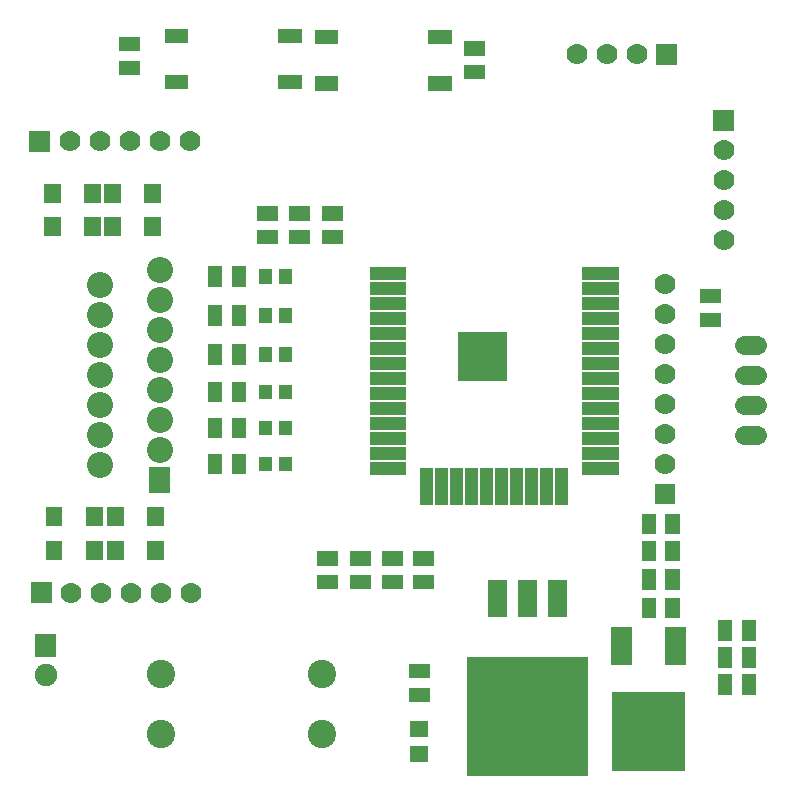
<source format=gts>
G04 Layer: TopSolderMaskLayer*
G04 EasyEDA v6.4.19.3, 2021-04-15T18:17:59+02:00*
G04 27ca5f04d03341a3abaed076034c1fd4,b26f2b340a5143eda07d108a38fc4859,10*
G04 Gerber Generator version 0.2*
G04 Scale: 100 percent, Rotated: No, Reflected: No *
G04 Dimensions in millimeters *
G04 leading zeros omitted , absolute positions ,4 integer and 5 decimal *
%FSLAX45Y45*%
%MOMM*%

%ADD45C,1.6027*%
%ADD48C,2.2032*%
%ADD50C,1.7780*%
%ADD51R,1.7780X1.7780*%
%ADD54C,1.9032*%
%ADD55C,2.4032*%

%LPD*%
D45*
X7002906Y4635500D02*
G01*
X6890893Y4635500D01*
X7002906Y4889500D02*
G01*
X6890893Y4889500D01*
X7002906Y5143500D02*
G01*
X6890893Y5143500D01*
X7002906Y5397500D02*
G01*
X6890893Y5397500D01*
G36*
X4215129Y7555229D02*
G01*
X4215129Y7675626D01*
X4415536Y7675626D01*
X4415536Y7555229D01*
G37*
G36*
X3255263Y7555229D02*
G01*
X3255263Y7675626D01*
X3455670Y7675626D01*
X3455670Y7555229D01*
G37*
G36*
X4215129Y7945373D02*
G01*
X4215129Y8065770D01*
X4415536Y8065770D01*
X4415536Y7945373D01*
G37*
G36*
X3255263Y7945373D02*
G01*
X3255263Y8065770D01*
X3455670Y8065770D01*
X3455670Y7945373D01*
G37*
G36*
X1985263Y7958073D02*
G01*
X1985263Y8078470D01*
X2185670Y8078470D01*
X2185670Y7958073D01*
G37*
G36*
X2945129Y7958073D02*
G01*
X2945129Y8078470D01*
X3145536Y8078470D01*
X3145536Y7958073D01*
G37*
G36*
X1985263Y7567929D02*
G01*
X1985263Y7688326D01*
X2185670Y7688326D01*
X2185670Y7567929D01*
G37*
G36*
X2945129Y7567929D02*
G01*
X2945129Y7688326D01*
X3145536Y7688326D01*
X3145536Y7567929D01*
G37*
G36*
X2950718Y4638802D02*
G01*
X2950718Y4759197D01*
X3061208Y4759197D01*
X3061208Y4638802D01*
G37*
G36*
X2780791Y4638802D02*
G01*
X2780791Y4759197D01*
X2891027Y4759197D01*
X2891027Y4638802D01*
G37*
G36*
X2950718Y5591302D02*
G01*
X2950718Y5711697D01*
X3061208Y5711697D01*
X3061208Y5591302D01*
G37*
G36*
X2780791Y5591302D02*
G01*
X2780791Y5711697D01*
X2891027Y5711697D01*
X2891027Y5591302D01*
G37*
D48*
G01*
X1943100Y6032500D03*
G01*
X1435100Y5905500D03*
G01*
X1943100Y5778500D03*
G01*
X1435100Y5651500D03*
G01*
X1943100Y5524500D03*
G01*
X1435100Y5397500D03*
G01*
X1943100Y5270500D03*
G01*
X1435100Y5143500D03*
G01*
X1943100Y5016500D03*
G01*
X1435100Y4889500D03*
G01*
X1943100Y4762500D03*
G01*
X1435100Y4635500D03*
G01*
X1943100Y4508500D03*
G01*
X1435100Y4381500D03*
G36*
X1852929Y4144263D02*
G01*
X1852929Y4364736D01*
X2033270Y4364736D01*
X2033270Y4144263D01*
G37*
D50*
G01*
X2209800Y3302000D03*
G01*
X1955800Y3302000D03*
G01*
X1701800Y3302000D03*
G01*
X1447800Y3302000D03*
G01*
X1193800Y3302000D03*
G36*
X850900Y3213100D02*
G01*
X850900Y3390900D01*
X1028700Y3390900D01*
X1028700Y3213100D01*
G37*
G01*
X2197100Y7124700D03*
G01*
X1943100Y7124700D03*
G01*
X1689100Y7124700D03*
G01*
X1435100Y7124700D03*
G01*
X1181100Y7124700D03*
G36*
X838200Y7035800D02*
G01*
X838200Y7213600D01*
X1016000Y7213600D01*
X1016000Y7035800D01*
G37*
D51*
G01*
X6223000Y4140200D03*
D50*
G01*
X6223000Y4394200D03*
G01*
X6223000Y4648200D03*
G01*
X6223000Y4902200D03*
G01*
X6223000Y5156200D03*
G01*
X6223000Y5410200D03*
G01*
X6223000Y5664200D03*
G01*
X6223000Y5918200D03*
G36*
X6024625Y3087370D02*
G01*
X6024625Y3262629D01*
X6145022Y3262629D01*
X6145022Y3087370D01*
G37*
G36*
X6224777Y3087370D02*
G01*
X6224777Y3262629D01*
X6345174Y3262629D01*
X6345174Y3087370D01*
G37*
G36*
X889000Y2762250D02*
G01*
X889000Y2952750D01*
X1066800Y2952750D01*
X1066800Y2762250D01*
G37*
D54*
G01*
X977900Y2603500D03*
D50*
G01*
X6718300Y6286500D03*
G01*
X6718300Y6540500D03*
G01*
X6718300Y6794500D03*
G01*
X6718300Y7048500D03*
G36*
X6629400Y7213600D02*
G01*
X6629400Y7391400D01*
X6807200Y7391400D01*
X6807200Y7213600D01*
G37*
D55*
G01*
X1955800Y2616200D03*
G01*
X1955800Y2108200D03*
G01*
X3314700Y2616200D03*
G01*
X3314700Y2108200D03*
G36*
X2950718Y4334002D02*
G01*
X2950718Y4454397D01*
X3061208Y4454397D01*
X3061208Y4334002D01*
G37*
G36*
X2780791Y4334002D02*
G01*
X2780791Y4454397D01*
X2891027Y4454397D01*
X2891027Y4334002D01*
G37*
G36*
X2950718Y4943602D02*
G01*
X2950718Y5063997D01*
X3061208Y5063997D01*
X3061208Y4943602D01*
G37*
G36*
X2780791Y4943602D02*
G01*
X2780791Y5063997D01*
X2891027Y5063997D01*
X2891027Y4943602D01*
G37*
G36*
X2950718Y5261102D02*
G01*
X2950718Y5381497D01*
X3061208Y5381497D01*
X3061208Y5261102D01*
G37*
G36*
X2780791Y5261102D02*
G01*
X2780791Y5381497D01*
X2891027Y5381497D01*
X2891027Y5261102D01*
G37*
G36*
X2950718Y5921502D02*
G01*
X2950718Y6041897D01*
X3061208Y6041897D01*
X3061208Y5921502D01*
G37*
G36*
X2780791Y5921502D02*
G01*
X2780791Y6041897D01*
X2891027Y6041897D01*
X2891027Y5921502D01*
G37*
G36*
X978915Y3577336D02*
G01*
X978915Y3737863D01*
X1119378Y3737863D01*
X1119378Y3577336D01*
G37*
G36*
X1319021Y3577336D02*
G01*
X1319021Y3737863D01*
X1459484Y3737863D01*
X1459484Y3577336D01*
G37*
G36*
X978915Y3869436D02*
G01*
X978915Y4029963D01*
X1119378Y4029963D01*
X1119378Y3869436D01*
G37*
G36*
X1319021Y3869436D02*
G01*
X1319021Y4029963D01*
X1459484Y4029963D01*
X1459484Y3869436D01*
G37*
G36*
X1499615Y3869436D02*
G01*
X1499615Y4029963D01*
X1640078Y4029963D01*
X1640078Y3869436D01*
G37*
G36*
X1839721Y3869436D02*
G01*
X1839721Y4029963D01*
X1980184Y4029963D01*
X1980184Y3869436D01*
G37*
G36*
X1499615Y3577336D02*
G01*
X1499615Y3737863D01*
X1640078Y3737863D01*
X1640078Y3577336D01*
G37*
G36*
X1839721Y3577336D02*
G01*
X1839721Y3737863D01*
X1980184Y3737863D01*
X1980184Y3577336D01*
G37*
G36*
X1474215Y6599936D02*
G01*
X1474215Y6760463D01*
X1614678Y6760463D01*
X1614678Y6599936D01*
G37*
G36*
X1814321Y6599936D02*
G01*
X1814321Y6760463D01*
X1954784Y6760463D01*
X1954784Y6599936D01*
G37*
G36*
X1474215Y6320536D02*
G01*
X1474215Y6481063D01*
X1614678Y6481063D01*
X1614678Y6320536D01*
G37*
G36*
X1814321Y6320536D02*
G01*
X1814321Y6481063D01*
X1954784Y6481063D01*
X1954784Y6320536D01*
G37*
G36*
X966215Y6599936D02*
G01*
X966215Y6760463D01*
X1106678Y6760463D01*
X1106678Y6599936D01*
G37*
G36*
X1306321Y6599936D02*
G01*
X1306321Y6760463D01*
X1446784Y6760463D01*
X1446784Y6599936D01*
G37*
G36*
X966215Y6320536D02*
G01*
X966215Y6481063D01*
X1106678Y6481063D01*
X1106678Y6320536D01*
G37*
G36*
X1306321Y6320536D02*
G01*
X1306321Y6481063D01*
X1446784Y6481063D01*
X1446784Y6320536D01*
G37*
G36*
X5764529Y2689860D02*
G01*
X5764529Y3010407D01*
X5944870Y3010407D01*
X5944870Y2689860D01*
G37*
G36*
X6221729Y2690621D02*
G01*
X6221729Y3010915D01*
X6402070Y3010915D01*
X6402070Y2690621D01*
G37*
G36*
X5773165Y1792223D02*
G01*
X5773165Y2462529D01*
X6393434Y2462529D01*
X6393434Y1792223D01*
G37*
G36*
X4052570Y2379726D02*
G01*
X4052570Y2500121D01*
X4227829Y2500121D01*
X4227829Y2379726D01*
G37*
G36*
X4052570Y2579878D02*
G01*
X4052570Y2700273D01*
X4227829Y2700273D01*
X4227829Y2579878D01*
G37*
G36*
X2554477Y4306570D02*
G01*
X2554477Y4481829D01*
X2674874Y4481829D01*
X2674874Y4306570D01*
G37*
G36*
X2354325Y4306570D02*
G01*
X2354325Y4481829D01*
X2474722Y4481829D01*
X2474722Y4306570D01*
G37*
G36*
X2554477Y4916170D02*
G01*
X2554477Y5091429D01*
X2674874Y5091429D01*
X2674874Y4916170D01*
G37*
G36*
X2354325Y4916170D02*
G01*
X2354325Y5091429D01*
X2474722Y5091429D01*
X2474722Y4916170D01*
G37*
G36*
X2554477Y5233670D02*
G01*
X2554477Y5408929D01*
X2674874Y5408929D01*
X2674874Y5233670D01*
G37*
G36*
X2354325Y5233670D02*
G01*
X2354325Y5408929D01*
X2474722Y5408929D01*
X2474722Y5233670D01*
G37*
G36*
X2554477Y5894070D02*
G01*
X2554477Y6069329D01*
X2674874Y6069329D01*
X2674874Y5894070D01*
G37*
G36*
X2354325Y5894070D02*
G01*
X2354325Y6069329D01*
X2474722Y6069329D01*
X2474722Y5894070D01*
G37*
G36*
X2554477Y4611370D02*
G01*
X2554477Y4786629D01*
X2674874Y4786629D01*
X2674874Y4611370D01*
G37*
G36*
X2354325Y4611370D02*
G01*
X2354325Y4786629D01*
X2474722Y4786629D01*
X2474722Y4611370D01*
G37*
G36*
X2554477Y5563870D02*
G01*
X2554477Y5739129D01*
X2674874Y5739129D01*
X2674874Y5563870D01*
G37*
G36*
X2354325Y5563870D02*
G01*
X2354325Y5739129D01*
X2474722Y5739129D01*
X2474722Y5563870D01*
G37*
G36*
X2769870Y6453378D02*
G01*
X2769870Y6573773D01*
X2945129Y6573773D01*
X2945129Y6453378D01*
G37*
G36*
X2769870Y6253226D02*
G01*
X2769870Y6373621D01*
X2945129Y6373621D01*
X2945129Y6253226D01*
G37*
G36*
X3557270Y3332226D02*
G01*
X3557270Y3452621D01*
X3732529Y3452621D01*
X3732529Y3332226D01*
G37*
G36*
X3557270Y3532378D02*
G01*
X3557270Y3652773D01*
X3732529Y3652773D01*
X3732529Y3532378D01*
G37*
G36*
X3277870Y3532378D02*
G01*
X3277870Y3652773D01*
X3453129Y3652773D01*
X3453129Y3532378D01*
G37*
G36*
X3277870Y3332226D02*
G01*
X3277870Y3452621D01*
X3453129Y3452621D01*
X3453129Y3332226D01*
G37*
G36*
X6146800Y7772400D02*
G01*
X6146800Y7950200D01*
X6324600Y7950200D01*
X6324600Y7772400D01*
G37*
D50*
G01*
X5981700Y7861300D03*
G01*
X5727700Y7861300D03*
G01*
X5473700Y7861300D03*
G36*
X6672325Y2896870D02*
G01*
X6672325Y3072129D01*
X6792722Y3072129D01*
X6792722Y2896870D01*
G37*
G36*
X6872477Y2896870D02*
G01*
X6872477Y3072129D01*
X6992874Y3072129D01*
X6992874Y2896870D01*
G37*
G36*
X3315970Y6253226D02*
G01*
X3315970Y6373621D01*
X3491229Y6373621D01*
X3491229Y6253226D01*
G37*
G36*
X3315970Y6453378D02*
G01*
X3315970Y6573773D01*
X3491229Y6573773D01*
X3491229Y6453378D01*
G37*
G36*
X4522470Y7650226D02*
G01*
X4522470Y7770621D01*
X4697729Y7770621D01*
X4697729Y7650226D01*
G37*
G36*
X4522470Y7850378D02*
G01*
X4522470Y7970773D01*
X4697729Y7970773D01*
X4697729Y7850378D01*
G37*
G36*
X1601470Y7888478D02*
G01*
X1601470Y8008873D01*
X1776729Y8008873D01*
X1776729Y7888478D01*
G37*
G36*
X1601470Y7688326D02*
G01*
X1601470Y7808721D01*
X1776729Y7808721D01*
X1776729Y7688326D01*
G37*
G36*
X3036570Y6453378D02*
G01*
X3036570Y6573773D01*
X3211829Y6573773D01*
X3211829Y6453378D01*
G37*
G36*
X3036570Y6253226D02*
G01*
X3036570Y6373621D01*
X3211829Y6373621D01*
X3211829Y6253226D01*
G37*
G36*
X6516370Y5554726D02*
G01*
X6516370Y5675121D01*
X6691629Y5675121D01*
X6691629Y5554726D01*
G37*
G36*
X6516370Y5754878D02*
G01*
X6516370Y5875273D01*
X6691629Y5875273D01*
X6691629Y5754878D01*
G37*
G36*
X6224777Y3798570D02*
G01*
X6224777Y3973829D01*
X6345174Y3973829D01*
X6345174Y3798570D01*
G37*
G36*
X6024625Y3798570D02*
G01*
X6024625Y3973829D01*
X6145022Y3973829D01*
X6145022Y3798570D01*
G37*
G36*
X4973827Y3100578D02*
G01*
X4973827Y3411728D01*
X5135372Y3411728D01*
X5135372Y3100578D01*
G37*
G36*
X5227827Y3100578D02*
G01*
X5227827Y3411728D01*
X5389372Y3411728D01*
X5389372Y3100578D01*
G37*
G36*
X4719827Y3100578D02*
G01*
X4719827Y3411728D01*
X4881372Y3411728D01*
X4881372Y3100578D01*
G37*
G36*
X4543552Y1749297D02*
G01*
X4543552Y2761487D01*
X5565902Y2761487D01*
X5565902Y1749297D01*
G37*
G36*
X6672325Y2439670D02*
G01*
X6672325Y2614929D01*
X6792722Y2614929D01*
X6792722Y2439670D01*
G37*
G36*
X6872477Y2439670D02*
G01*
X6872477Y2614929D01*
X6992874Y2614929D01*
X6992874Y2439670D01*
G37*
G36*
X3823970Y3532378D02*
G01*
X3823970Y3652773D01*
X3999229Y3652773D01*
X3999229Y3532378D01*
G37*
G36*
X3823970Y3332226D02*
G01*
X3823970Y3452621D01*
X3999229Y3452621D01*
X3999229Y3332226D01*
G37*
G36*
X6024625Y3328670D02*
G01*
X6024625Y3503929D01*
X6145022Y3503929D01*
X6145022Y3328670D01*
G37*
G36*
X6224777Y3328670D02*
G01*
X6224777Y3503929D01*
X6345174Y3503929D01*
X6345174Y3328670D01*
G37*
G36*
X6672325Y2668270D02*
G01*
X6672325Y2843529D01*
X6792722Y2843529D01*
X6792722Y2668270D01*
G37*
G36*
X6872477Y2668270D02*
G01*
X6872477Y2843529D01*
X6992874Y2843529D01*
X6992874Y2668270D01*
G37*
G36*
X6224777Y3569970D02*
G01*
X6224777Y3745229D01*
X6345174Y3745229D01*
X6345174Y3569970D01*
G37*
G36*
X6024625Y3569970D02*
G01*
X6024625Y3745229D01*
X6145022Y3745229D01*
X6145022Y3569970D01*
G37*
G36*
X4090670Y3532378D02*
G01*
X4090670Y3652773D01*
X4265929Y3652773D01*
X4265929Y3532378D01*
G37*
G36*
X4090670Y3332226D02*
G01*
X4090670Y3452621D01*
X4265929Y3452621D01*
X4265929Y3332226D01*
G37*
G36*
X4065270Y2079497D02*
G01*
X4065270Y2219705D01*
X4215384Y2219705D01*
X4215384Y2079497D01*
G37*
G36*
X4065270Y1869439D02*
G01*
X4065270Y2009647D01*
X4215384Y2009647D01*
X4215384Y1869439D01*
G37*
G36*
X4470145Y5099812D02*
G01*
X4470145Y5510021D01*
X4880356Y5510021D01*
X4880356Y5099812D01*
G37*
G36*
X5520181Y5950712D02*
G01*
X5520181Y6060947D01*
X5830315Y6060947D01*
X5830315Y5950712D01*
G37*
G36*
X5520181Y5823712D02*
G01*
X5520181Y5933947D01*
X5830315Y5933947D01*
X5830315Y5823712D01*
G37*
G36*
X5520181Y5696712D02*
G01*
X5520181Y5806947D01*
X5830315Y5806947D01*
X5830315Y5696712D01*
G37*
G36*
X5520181Y5569712D02*
G01*
X5520181Y5679947D01*
X5830315Y5679947D01*
X5830315Y5569712D01*
G37*
G36*
X5520181Y5442712D02*
G01*
X5520181Y5552947D01*
X5830315Y5552947D01*
X5830315Y5442712D01*
G37*
G36*
X5520181Y5315712D02*
G01*
X5520181Y5425947D01*
X5830315Y5425947D01*
X5830315Y5315712D01*
G37*
G36*
X5520181Y5188712D02*
G01*
X5520181Y5298947D01*
X5830315Y5298947D01*
X5830315Y5188712D01*
G37*
G36*
X5520181Y5061712D02*
G01*
X5520181Y5171947D01*
X5830315Y5171947D01*
X5830315Y5061712D01*
G37*
G36*
X5520181Y4934712D02*
G01*
X5520181Y5044947D01*
X5830315Y5044947D01*
X5830315Y4934712D01*
G37*
G36*
X5520181Y4807712D02*
G01*
X5520181Y4917947D01*
X5830315Y4917947D01*
X5830315Y4807712D01*
G37*
G36*
X5520181Y4680712D02*
G01*
X5520181Y4790947D01*
X5830315Y4790947D01*
X5830315Y4680712D01*
G37*
G36*
X5520181Y4553712D02*
G01*
X5520181Y4663947D01*
X5830315Y4663947D01*
X5830315Y4553712D01*
G37*
G36*
X5520181Y4426712D02*
G01*
X5520181Y4536947D01*
X5830315Y4536947D01*
X5830315Y4426712D01*
G37*
G36*
X5520181Y4299712D02*
G01*
X5520181Y4409947D01*
X5830315Y4409947D01*
X5830315Y4299712D01*
G37*
G36*
X3720084Y4299712D02*
G01*
X3720084Y4409947D01*
X4030218Y4409947D01*
X4030218Y4299712D01*
G37*
G36*
X3720084Y4426712D02*
G01*
X3720084Y4536947D01*
X4030218Y4536947D01*
X4030218Y4426712D01*
G37*
G36*
X3720084Y4553712D02*
G01*
X3720084Y4663947D01*
X4030218Y4663947D01*
X4030218Y4553712D01*
G37*
G36*
X3720084Y4680712D02*
G01*
X3720084Y4790947D01*
X4030218Y4790947D01*
X4030218Y4680712D01*
G37*
G36*
X3720084Y4807712D02*
G01*
X3720084Y4917947D01*
X4030218Y4917947D01*
X4030218Y4807712D01*
G37*
G36*
X3720084Y4934712D02*
G01*
X3720084Y5044947D01*
X4030218Y5044947D01*
X4030218Y4934712D01*
G37*
G36*
X3720084Y5061712D02*
G01*
X3720084Y5171947D01*
X4030218Y5171947D01*
X4030218Y5061712D01*
G37*
G36*
X3720084Y5188712D02*
G01*
X3720084Y5298947D01*
X4030218Y5298947D01*
X4030218Y5188712D01*
G37*
G36*
X3720084Y5315712D02*
G01*
X3720084Y5425947D01*
X4030218Y5425947D01*
X4030218Y5315712D01*
G37*
G36*
X3720084Y5442712D02*
G01*
X3720084Y5552947D01*
X4030218Y5552947D01*
X4030218Y5442712D01*
G37*
G36*
X3720084Y5569712D02*
G01*
X3720084Y5679947D01*
X4030218Y5679947D01*
X4030218Y5569712D01*
G37*
G36*
X3720084Y5696712D02*
G01*
X3720084Y5806947D01*
X4030218Y5806947D01*
X4030218Y5696712D01*
G37*
G36*
X3720084Y5823712D02*
G01*
X3720084Y5933947D01*
X4030218Y5933947D01*
X4030218Y5823712D01*
G37*
G36*
X3720084Y5950712D02*
G01*
X3720084Y6060947D01*
X4030218Y6060947D01*
X4030218Y5950712D01*
G37*
G36*
X5291581Y4049776D02*
G01*
X5291581Y4359910D01*
X5401818Y4359910D01*
X5401818Y4049776D01*
G37*
G36*
X5164581Y4049776D02*
G01*
X5164581Y4359910D01*
X5274818Y4359910D01*
X5274818Y4049776D01*
G37*
G36*
X5037581Y4049776D02*
G01*
X5037581Y4359910D01*
X5147818Y4359910D01*
X5147818Y4049776D01*
G37*
G36*
X4910581Y4049776D02*
G01*
X4910581Y4359910D01*
X5020818Y4359910D01*
X5020818Y4049776D01*
G37*
G36*
X4783581Y4049776D02*
G01*
X4783581Y4359910D01*
X4893818Y4359910D01*
X4893818Y4049776D01*
G37*
G36*
X4656581Y4049776D02*
G01*
X4656581Y4359910D01*
X4766818Y4359910D01*
X4766818Y4049776D01*
G37*
G36*
X4529581Y4049776D02*
G01*
X4529581Y4359910D01*
X4639818Y4359910D01*
X4639818Y4049776D01*
G37*
G36*
X4402581Y4049776D02*
G01*
X4402581Y4359910D01*
X4512818Y4359910D01*
X4512818Y4049776D01*
G37*
G36*
X4275581Y4049776D02*
G01*
X4275581Y4359910D01*
X4385818Y4359910D01*
X4385818Y4049776D01*
G37*
G36*
X4148581Y4049776D02*
G01*
X4148581Y4359910D01*
X4258818Y4359910D01*
X4258818Y4049776D01*
G37*
M02*

</source>
